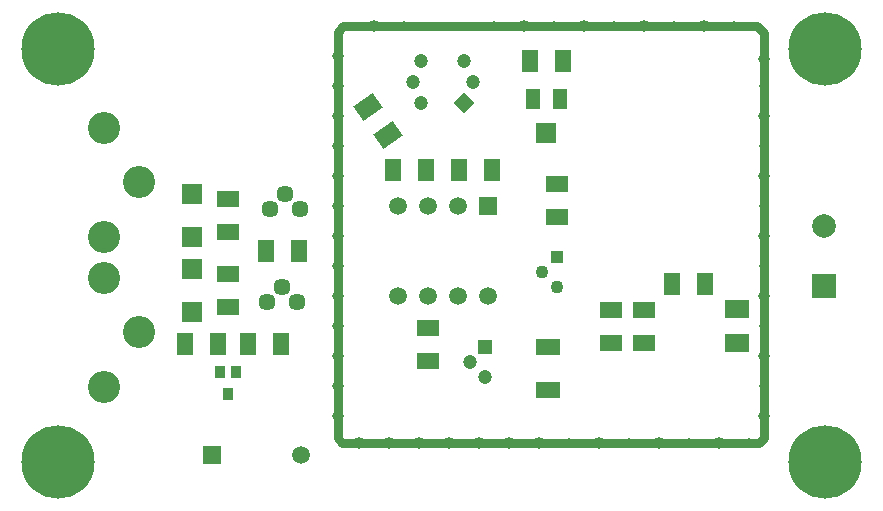
<source format=gts>
G04*
G04 #@! TF.GenerationSoftware,Altium Limited,Altium Designer,24.9.1 (31)*
G04*
G04 Layer_Color=8388736*
%FSLAX44Y44*%
%MOMM*%
G71*
G04*
G04 #@! TF.SameCoordinates,CAE1AE67-0460-43A2-896A-31C629D7927E*
G04*
G04*
G04 #@! TF.FilePolarity,Negative*
G04*
G01*
G75*
%ADD23R,2.0300X1.4000*%
%ADD24C,0.8000*%
G04:AMPARAMS|DCode=25|XSize=2.0032mm|YSize=1.5032mm|CornerRadius=0mm|HoleSize=0mm|Usage=FLASHONLY|Rotation=215.000|XOffset=0mm|YOffset=0mm|HoleType=Round|Shape=Rectangle|*
%AMROTATEDRECTD25*
4,1,4,0.3894,1.1902,1.2516,-0.0412,-0.3894,-1.1902,-1.2516,0.0412,0.3894,1.1902,0.0*
%
%ADD25ROTATEDRECTD25*%

%ADD26R,1.4032X1.8532*%
%ADD27R,1.3032X1.8032*%
%ADD28R,1.8032X1.8032*%
%ADD29R,0.9032X1.1032*%
%ADD30R,1.8032X1.7032*%
%ADD31R,1.8532X1.4032*%
%ADD32R,2.0032X1.5032*%
%ADD33R,1.5200X1.5200*%
%ADD34C,1.5200*%
%ADD35C,1.2000*%
%ADD36R,1.2000X1.2000*%
%ADD37R,1.4986X1.4986*%
%ADD38C,1.4986*%
%ADD39C,2.7200*%
%ADD40C,1.4500*%
%ADD41P,1.6971X4X90.0*%
%ADD42C,6.2032*%
%ADD43C,2.0032*%
%ADD44R,2.0032X2.0032*%
%ADD45C,1.1000*%
%ADD46R,1.1000X1.1000*%
%ADD47C,1.0032*%
%ADD48C,0.8032*%
D23*
X464820Y147940D02*
D03*
Y111140D02*
D03*
D24*
X291120Y66040D02*
X304800D01*
X287020Y70141D02*
Y190500D01*
Y70141D02*
X291120Y66040D01*
X304800D02*
X482600D01*
X287020Y368300D02*
Y414414D01*
X291706Y419100D02*
X342900D01*
X419100D02*
X469900D01*
X482600Y66040D02*
X533400D01*
X584200D01*
X635000D01*
X647700Y165100D02*
Y215900D01*
Y114300D02*
Y165100D01*
Y70141D02*
Y114300D01*
Y266700D02*
Y413228D01*
X520700Y419100D02*
X571500D01*
X469900D02*
X520700D01*
X571500D02*
X622300D01*
X647700Y215900D02*
Y266700D01*
X287020Y414414D02*
X291706Y419100D01*
X287020Y190500D02*
Y215900D01*
Y241300D01*
Y266700D01*
Y292100D01*
Y317500D02*
Y342900D01*
Y292100D02*
Y317500D01*
Y342900D02*
Y368300D01*
X641828Y419100D02*
X647700Y413228D01*
X622300Y419100D02*
X641828D01*
X342900D02*
X419100D01*
X635000Y66040D02*
X643599D01*
X647700Y70141D01*
D25*
X329627Y327212D02*
D03*
X312993Y350968D02*
D03*
D26*
X238790Y149860D02*
D03*
X210790D02*
D03*
X185450D02*
D03*
X157450D02*
D03*
X449550Y389890D02*
D03*
X477550D02*
D03*
X333980Y297180D02*
D03*
X361980D02*
D03*
X570200Y200660D02*
D03*
X598200D02*
D03*
X226030Y228600D02*
D03*
X254030D02*
D03*
X389860Y297180D02*
D03*
X417860D02*
D03*
D27*
X475050Y357400D02*
D03*
X452050D02*
D03*
D28*
X463550Y328400D02*
D03*
D29*
X194310Y107340D02*
D03*
X187810Y126340D02*
D03*
X200810D02*
D03*
D30*
X163830Y177580D02*
D03*
Y213580D02*
D03*
Y241080D02*
D03*
Y277080D02*
D03*
D31*
X518160Y179100D02*
D03*
Y151100D02*
D03*
X546100Y179100D02*
D03*
Y151100D02*
D03*
X472440Y285780D02*
D03*
Y257780D02*
D03*
X194310Y273080D02*
D03*
Y245080D02*
D03*
Y209580D02*
D03*
Y181580D02*
D03*
X363220Y163860D02*
D03*
Y135860D02*
D03*
D32*
X624840Y150600D02*
D03*
Y179600D02*
D03*
D33*
X180690Y55880D02*
D03*
D34*
X256190D02*
D03*
D35*
X411480Y121920D02*
D03*
X398780Y134620D02*
D03*
X350520Y372110D02*
D03*
X393881Y390070D02*
D03*
X357960Y354150D02*
D03*
Y390070D02*
D03*
X401320Y372110D02*
D03*
D36*
X411480Y147320D02*
D03*
D37*
X414020Y266700D02*
D03*
D38*
X388620D02*
D03*
X363220D02*
D03*
X337820D02*
D03*
Y190500D02*
D03*
X363220D02*
D03*
X388620D02*
D03*
X414020D02*
D03*
D39*
X118850Y160000D02*
D03*
X88850Y206350D02*
D03*
Y113650D02*
D03*
Y240650D02*
D03*
Y333350D02*
D03*
X118850Y287000D02*
D03*
D40*
X252730Y185640D02*
D03*
X240030Y198340D02*
D03*
X227330Y185640D02*
D03*
X229870Y264380D02*
D03*
X242570Y277080D02*
D03*
X255270Y264380D02*
D03*
D41*
X393881Y354150D02*
D03*
D42*
X700000Y400000D02*
D03*
X50000Y50000D02*
D03*
X700000D02*
D03*
X50000Y400000D02*
D03*
D43*
X698500Y250400D02*
D03*
D44*
Y199600D02*
D03*
D45*
X459740Y210820D02*
D03*
X472440Y198120D02*
D03*
D46*
Y223520D02*
D03*
D47*
X647700Y391160D02*
D03*
Y342900D02*
D03*
Y292100D02*
D03*
Y241300D02*
D03*
Y190500D02*
D03*
Y139700D02*
D03*
X647715Y89347D02*
D03*
X609600Y66040D02*
D03*
X558800D02*
D03*
X508000D02*
D03*
X457200D02*
D03*
X406400D02*
D03*
X381000D02*
D03*
X355600D02*
D03*
X304800D02*
D03*
X287020Y88900D02*
D03*
Y114300D02*
D03*
Y139700D02*
D03*
Y165100D02*
D03*
Y190500D02*
D03*
Y215900D02*
D03*
Y241300D02*
D03*
Y266700D02*
D03*
Y292100D02*
D03*
Y317500D02*
D03*
Y342900D02*
D03*
Y393700D02*
D03*
Y368300D02*
D03*
X317500Y419100D02*
D03*
X444500D02*
D03*
X495300D02*
D03*
X546100D02*
D03*
X596900D02*
D03*
X330200Y66040D02*
D03*
X431800D02*
D03*
D48*
X647700Y368300D02*
D03*
Y317500D02*
D03*
Y266700D02*
D03*
Y215900D02*
D03*
Y165100D02*
D03*
X622300Y419100D02*
D03*
X571500D02*
D03*
X520700D02*
D03*
X469900D02*
D03*
X419100D02*
D03*
X342900D02*
D03*
X482600Y66040D02*
D03*
X533400D02*
D03*
X584200D02*
D03*
X635000D02*
D03*
X647700Y114300D02*
D03*
M02*

</source>
